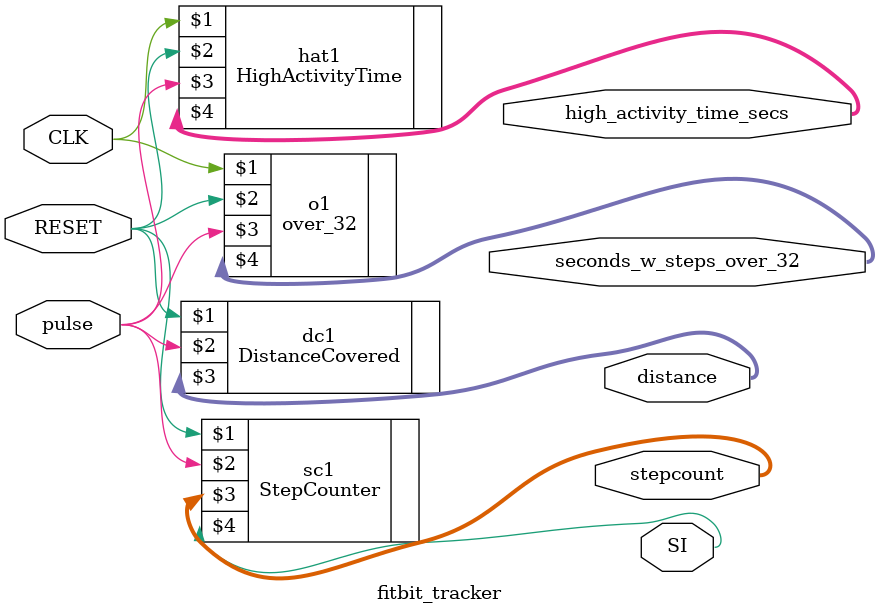
<source format=v>
`timescale 1ns / 1ps


module fitbit_tracker(CLK, RESET, pulse, stepcount, distance, seconds_w_steps_over_32, high_activity_time_secs, SI);
    
    input CLK, RESET, pulse;
    output [15:0] stepcount, distance, seconds_w_steps_over_32, high_activity_time_secs;
    output SI;
        
    StepCounter sc1 (RESET, pulse, stepcount, SI);
    DistanceCovered dc1 (RESET, pulse, distance);
    over_32 o1 (CLK, RESET, pulse, seconds_w_steps_over_32);
    HighActivityTime hat1 (CLK, RESET, pulse, high_activity_time_secs);
        
endmodule

</source>
